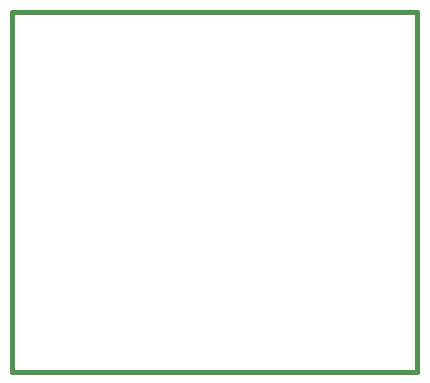
<source format=gbr>
G04 (created by PCBNEW-RS274X (2011-07-08)-stable) date Wed 10 Aug 2011 06:35:13 PM EDT*
G01*
G70*
G90*
%MOIN*%
G04 Gerber Fmt 3.4, Leading zero omitted, Abs format*
%FSLAX34Y34*%
G04 APERTURE LIST*
%ADD10C,0.006000*%
%ADD11C,0.015000*%
G04 APERTURE END LIST*
G54D10*
G54D11*
X62600Y-45700D02*
X62600Y-33700D01*
X62500Y-45700D02*
X62600Y-45700D01*
X62600Y-33700D02*
X62400Y-33700D01*
X49100Y-45700D02*
X62500Y-45700D01*
X49100Y-33700D02*
X49100Y-45700D01*
X49300Y-33700D02*
X49100Y-33700D01*
X62400Y-33700D02*
X49300Y-33700D01*
M02*

</source>
